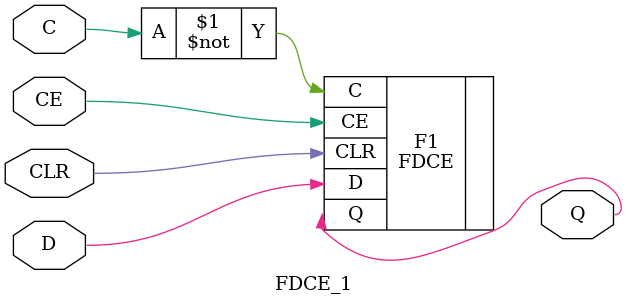
<source format=v>


`timescale  1 ps / 1 ps

module FDCE_1 (Q, C, CE, CLR, D);

    parameter [0:0] INIT = 1'b0;

    output Q;

    input  C, CE, CLR, D;

    wire Q;

    FDCE #(.INIT(INIT)) F1 (.Q(Q), .C(~C), .CE(CE), .CLR(CLR), .D(D));

endmodule


</source>
